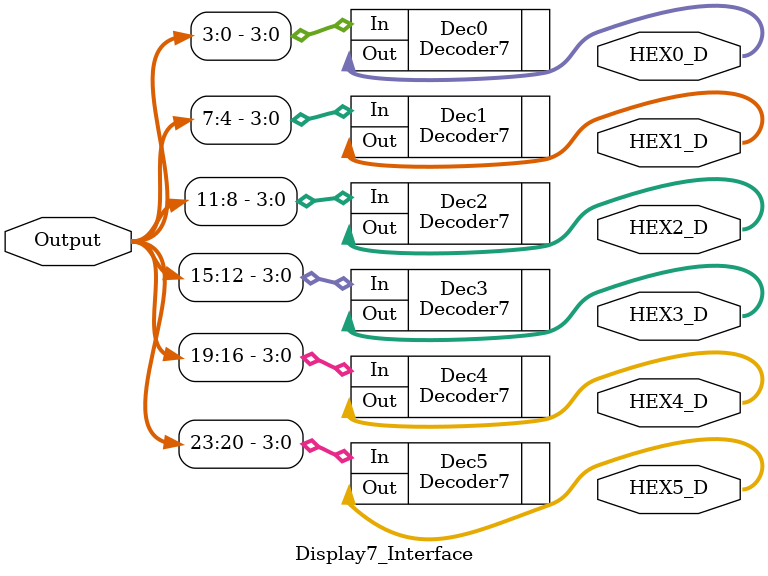
<source format=v>
module Display7_Interface (
	output [6:0] HEX0_D, HEX1_D, HEX2_D, HEX3_D, HEX4_D, HEX5_D,
	input [31:0] Output
	);
	

Decoder7 Dec0 (
	.In(Output[3:0]),
	.Out(HEX0_D)
	);

Decoder7 Dec1 (
	.In(Output[7:4]),
	.Out(HEX1_D)
	);

Decoder7 Dec2 (
	.In(Output[11:8]),
	.Out(HEX2_D)
	);

Decoder7 Dec3 (
	.In(Output[15:12]),
	.Out(HEX3_D)
	);

Decoder7 Dec4 (
	.In(Output[19:16]),
	.Out(HEX4_D)
	);

Decoder7 Dec5 (
	.In(Output[23:20]),
	.Out(HEX5_D)
	);

	
endmodule
</source>
